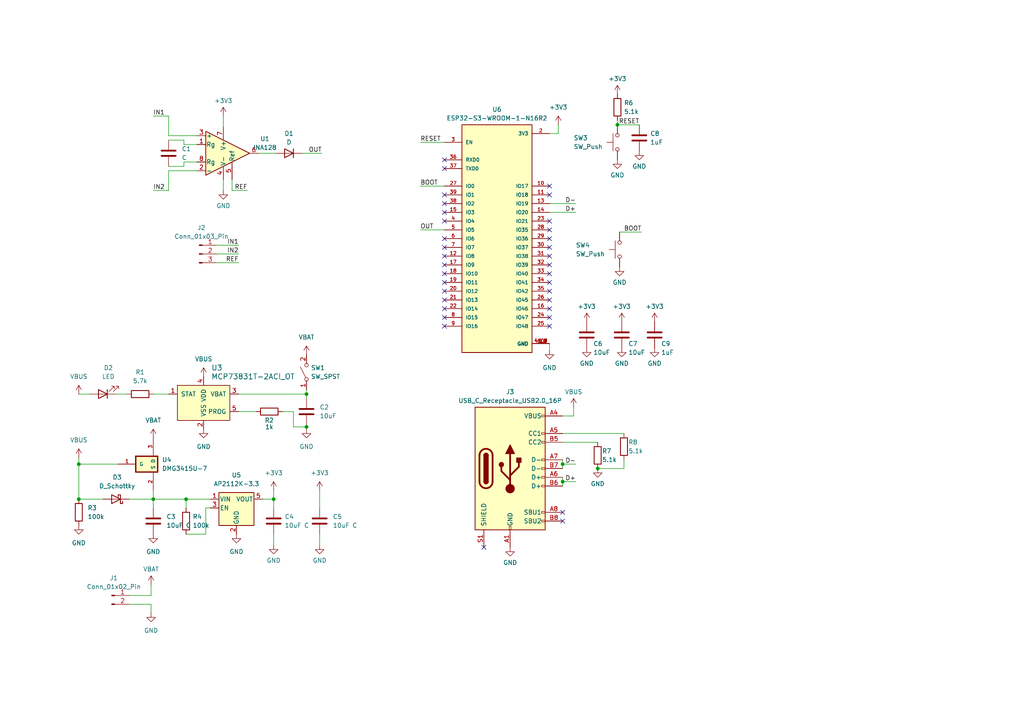
<source format=kicad_sch>
(kicad_sch (version 20230121) (generator eeschema)
  (paper "A4")
  (lib_symbols
    (symbol "Amplifier_Instrumentation:INA128" (pin_names (offset 0.127))
      (property "Reference" "U" (at 3.81 3.175 0))
      (property "Value" "INA128" (at 3.81 -3.175 0))
      (symbol "INA128_0_1"
        (polyline (pts (xy 7.62 0) (xy -5.08 6.35) (xy -5.08 -6.35) (xy 7.62 0)) (stroke (width 0.254)) (fill (type background)))
      )
      (symbol "INA128_1_1"
        (pin passive line (at -7.62 2.54 0) (length 2.54) (name "Rg") (number "1"))
        (pin input line (at -7.62 -5.08 0) (length 2.54) (name "-") (number "2"))
        (pin input line (at -7.62 5.08 0) (length 2.54) (name "+") (number "3"))
        (pin power_in line (at 0 -7.62 90) (length 3.81) (name "V-") (number "4"))
        (pin input line (at 2.54 -7.62 90) (length 5.08) (name "Ref") (number "5"))
        (pin output line (at 10.16 0 180) (length 2.54) (name "~") (number "6"))
        (pin power_in line (at 0 7.62 270) (length 3.81) (name "V+") (number "7"))
        (pin passive line (at -7.62 -2.54 0) (length 2.54) (name "Rg") (number "8"))
      )
    )
    (symbol "Connector:Conn_01x02_Pin" (pin_names (offset 1.016) hide)
      (property "Reference" "J" (at 0 2.54 0))
      (property "Value" "Conn_01x02_Pin" (at 0 -5.08 0))
      (symbol "Conn_01x02_Pin_1_1"
        (polyline (pts (xy 1.27 -2.54) (xy 0.8636 -2.54)) (stroke (width 0.1524)))
        (polyline (pts (xy 1.27 0) (xy 0.8636 0)) (stroke (width 0.1524)))
        (rectangle (start 0.8636 -2.413) (end 0 -2.667) (stroke (width 0.1524)) (fill (type outline)))
        (rectangle (start 0.8636 0.127) (end 0 -0.127) (stroke (width 0.1524)) (fill (type outline)))
        (pin passive line (at 5.08 0 180) (length 3.81) (name "Pin_1") (number "1"))
        (pin passive line (at 5.08 -2.54 180) (length 3.81) (name "Pin_2") (number "2"))
      )
    )
    (symbol "Connector:Conn_01x03_Pin" (pin_names (offset 1.016) hide)
      (property "Reference" "J" (at 0 5.08 0))
      (property "Value" "Conn_01x03_Pin" (at 0 -5.08 0))
      (symbol "Conn_01x03_Pin_1_1"
        (polyline (pts (xy 1.27 -2.54) (xy 0.8636 -2.54)) (stroke (width 0.1524)))
        (polyline (pts (xy 1.27 0) (xy 0.8636 0)) (stroke (width 0.1524)))
        (polyline (pts (xy 1.27 2.54) (xy 0.8636 2.54)) (stroke (width 0.1524)))
        (rectangle (start 0.8636 -2.413) (end 0 -2.667) (stroke (width 0.1524)) (fill (type outline)))
        (rectangle (start 0.8636 0.127) (end 0 -0.127) (stroke (width 0.1524)) (fill (type outline)))
        (rectangle (start 0.8636 2.667) (end 0 2.413) (stroke (width 0.1524)) (fill (type outline)))
        (pin passive line (at 5.08 2.54 180) (length 3.81) (name "Pin_1") (number "1"))
        (pin passive line (at 5.08 0 180) (length 3.81) (name "Pin_2") (number "2"))
        (pin passive line (at 5.08 -2.54 180) (length 3.81) (name "Pin_3") (number "3"))
      )
    )
    (symbol "Connector:USB_C_Receptacle_USB2.0_16P" (pin_names (offset 1.016))
      (property "Reference" "J" (at 0 22.225 0))
      (property "Value" "USB_C_Receptacle_USB2.0_16P" (at 0 19.685 0))
      (symbol "USB_C_Receptacle_USB2.0_16P_0_0"
        (rectangle (start -0.254 -17.78) (end 0.254 -16.764))
        (rectangle (start 10.16 -14.986) (end 9.144 -15.494))
        (rectangle (start 10.16 -12.446) (end 9.144 -12.954))
        (rectangle (start 10.16 -4.826) (end 9.144 -5.334))
        (rectangle (start 10.16 -2.286) (end 9.144 -2.794))
        (rectangle (start 10.16 0.254) (end 9.144 -0.254))
        (rectangle (start 10.16 2.794) (end 9.144 2.286))
        (rectangle (start 10.16 7.874) (end 9.144 7.366))
        (rectangle (start 10.16 10.414) (end 9.144 9.906))
        (rectangle (start 10.16 15.494) (end 9.144 14.986))
      )
      (symbol "USB_C_Receptacle_USB2.0_16P_0_1"
        (rectangle (start -10.16 17.78) (end 10.16 -17.78) (stroke (width 0.254)) (fill (type background)))
        (arc (start -8.89 -3.81) (mid -6.985 -5.7067) (end -5.08 -3.81) (stroke (width 0.508)))
        (arc (start -7.62 -3.81) (mid -6.985 -4.4423) (end -6.35 -3.81) (stroke (width 0.254)))
        (arc (start -7.62 -3.81) (mid -6.985 -4.4423) (end -6.35 -3.81) (stroke (width 0.254)) (fill (type outline)))
        (rectangle (start -7.62 -3.81) (end -6.35 3.81) (stroke (width 0.254)) (fill (type outline)))
        (arc (start -6.35 3.81) (mid -6.985 4.4423) (end -7.62 3.81) (stroke (width 0.254)))
        (arc (start -6.35 3.81) (mid -6.985 4.4423) (end -7.62 3.81) (stroke (width 0.254)) (fill (type outline)))
        (arc (start -5.08 3.81) (mid -6.985 5.7067) (end -8.89 3.81) (stroke (width 0.508)))
        (circle (center -2.54 1.143) (radius 0.635) (stroke (width 0.254)) (fill (type outline)))
        (circle (center 0 -5.842) (radius 1.27) (fill (type outline)))
        (polyline (pts (xy -8.89 -3.81) (xy -8.89 3.81)) (stroke (width 0.508)))
        (polyline (pts (xy -5.08 3.81) (xy -5.08 -3.81)) (stroke (width 0.508)))
        (polyline (pts (xy 0 -5.842) (xy 0 4.318)) (stroke (width 0.508)))
        (polyline (pts (xy 0 -3.302) (xy -2.54 -0.762) (xy -2.54 0.508)) (stroke (width 0.508)))
        (polyline (pts (xy 0 -2.032) (xy 2.54 0.508) (xy 2.54 1.778)) (stroke (width 0.508)))
        (polyline (pts (xy -1.27 4.318) (xy 0 6.858) (xy 1.27 4.318) (xy -1.27 4.318)) (stroke (width 0.254)) (fill (type outline)))
        (rectangle (start 1.905 1.778) (end 3.175 3.048) (stroke (width 0.254)) (fill (type outline)))
      )
      (symbol "USB_C_Receptacle_USB2.0_16P_1_1"
        (pin passive line (at 0 -22.86 90) (length 5.08) (name "GND") (number "A1"))
        (pin passive line (at 0 -22.86 90) (length 5.08) hide (name "GND") (number "A12"))
        (pin passive line (at 15.24 15.24 180) (length 5.08) (name "VBUS") (number "A4"))
        (pin bidirectional line (at 15.24 10.16 180) (length 5.08) (name "CC1") (number "A5"))
        (pin bidirectional line (at 15.24 -2.54 180) (length 5.08) (name "D+") (number "A6"))
        (pin bidirectional line (at 15.24 2.54 180) (length 5.08) (name "D-") (number "A7"))
        (pin bidirectional line (at 15.24 -12.7 180) (length 5.08) (name "SBU1") (number "A8"))
        (pin passive line (at 15.24 15.24 180) (length 5.08) hide (name "VBUS") (number "A9"))
        (pin passive line (at 0 -22.86 90) (length 5.08) hide (name "GND") (number "B1"))
        (pin passive line (at 0 -22.86 90) (length 5.08) hide (name "GND") (number "B12"))
        (pin passive line (at 15.24 15.24 180) (length 5.08) hide (name "VBUS") (number "B4"))
        (pin bidirectional line (at 15.24 7.62 180) (length 5.08) (name "CC2") (number "B5"))
        (pin bidirectional line (at 15.24 -5.08 180) (length 5.08) (name "D+") (number "B6"))
        (pin bidirectional line (at 15.24 0 180) (length 5.08) (name "D-") (number "B7"))
        (pin bidirectional line (at 15.24 -15.24 180) (length 5.08) (name "SBU2") (number "B8"))
        (pin passive line (at 15.24 15.24 180) (length 5.08) hide (name "VBUS") (number "B9"))
        (pin passive line (at -7.62 -22.86 90) (length 5.08) (name "SHIELD") (number "S1"))
      )
    )
    (symbol "DMG3415U-7:DMG3415U-7" (pin_names (offset 1.016))
      (property "Reference" "U" (at -1.27 2.54 0))
      (property "Value" "DMG3415U-7" (at -6.35 0 0))
      (symbol "DMG3415U-7_0_0"
        (rectangle (start -12.7 -0.254) (end -6.35 -4.826) (stroke (width 0.4064)) (fill (type background)))
        (pin power_in line (at -17.78 -2.54 0) (length 5.08) (name "G") (number "1"))
        (pin passive line (at -7.62 -10.16 90) (length 5.08) (name "S") (number "2"))
        (pin output line (at -7.62 5.08 270) (length 5.08) (name "D") (number "3"))
      )
    )
    (symbol "Device:C" (pin_numbers hide) (pin_names (offset 0.254))
      (property "Reference" "C" (at 0.635 2.54 0))
      (property "Value" "C" (at 0.635 -2.54 0))
      (symbol "C_0_1"
        (polyline (pts (xy -2.032 -0.762) (xy 2.032 -0.762)) (stroke (width 0.508)))
        (polyline (pts (xy -2.032 0.762) (xy 2.032 0.762)) (stroke (width 0.508)))
      )
      (symbol "C_1_1"
        (pin passive line (at 0 3.81 270) (length 2.794) (name "~") (number "1"))
        (pin passive line (at 0 -3.81 90) (length 2.794) (name "~") (number "2"))
      )
    )
    (symbol "Device:D" (pin_numbers hide) (pin_names (offset 1.016) hide)
      (property "Reference" "D" (at 0 2.54 0))
      (property "Value" "D" (at 0 -2.54 0))
      (symbol "D_0_1"
        (polyline (pts (xy -1.27 1.27) (xy -1.27 -1.27)) (stroke (width 0.254)))
        (polyline (pts (xy 1.27 0) (xy -1.27 0)))
        (polyline (pts (xy 1.27 1.27) (xy 1.27 -1.27) (xy -1.27 0) (xy 1.27 1.27)) (stroke (width 0.254)))
      )
      (symbol "D_1_1"
        (pin passive line (at -3.81 0 0) (length 2.54) (name "K") (number "1"))
        (pin passive line (at 3.81 0 180) (length 2.54) (name "A") (number "2"))
      )
    )
    (symbol "Device:D_Schottky" (pin_numbers hide) (pin_names (offset 1.016) hide)
      (property "Reference" "D" (at 0 2.54 0))
      (property "Value" "D_Schottky" (at 0 -2.54 0))
      (symbol "D_Schottky_0_1"
        (polyline (pts (xy 1.27 0) (xy -1.27 0)))
        (polyline (pts (xy 1.27 1.27) (xy 1.27 -1.27) (xy -1.27 0) (xy 1.27 1.27)) (stroke (width 0.254)))
        (polyline (pts (xy -1.905 0.635) (xy -1.905 1.27) (xy -1.27 1.27) (xy -1.27 -1.27) (xy -0.635 -1.27) (xy -0.635 -0.635)) (stroke (width 0.254)))
      )
      (symbol "D_Schottky_1_1"
        (pin passive line (at -3.81 0 0) (length 2.54) (name "K") (number "1"))
        (pin passive line (at 3.81 0 180) (length 2.54) (name "A") (number "2"))
      )
    )
    (symbol "Device:LED" (pin_numbers hide) (pin_names (offset 1.016) hide)
      (property "Reference" "D" (at 0 2.54 0))
      (property "Value" "LED" (at 0 -2.54 0))
      (symbol "LED_0_1"
        (polyline (pts (xy -1.27 -1.27) (xy -1.27 1.27)) (stroke (width 0.254)))
        (polyline (pts (xy -1.27 0) (xy 1.27 0)))
        (polyline (pts (xy 1.27 -1.27) (xy 1.27 1.27) (xy -1.27 0) (xy 1.27 -1.27)) (stroke (width 0.254)))
        (polyline (pts (xy -3.048 -0.762) (xy -4.572 -2.286) (xy -3.81 -2.286) (xy -4.572 -2.286) (xy -4.572 -1.524)))
        (polyline (pts (xy -1.778 -0.762) (xy -3.302 -2.286) (xy -2.54 -2.286) (xy -3.302 -2.286) (xy -3.302 -1.524)))
      )
      (symbol "LED_1_1"
        (pin passive line (at -3.81 0 0) (length 2.54) (name "K") (number "1"))
        (pin passive line (at 3.81 0 180) (length 2.54) (name "A") (number "2"))
      )
    )
    (symbol "Device:R" (pin_numbers hide) (pin_names (offset 0))
      (property "Reference" "R" (at 2.032 0 90))
      (property "Value" "R" (at 0 0 90))
      (symbol "R_0_1"
        (rectangle (start -1.016 -2.54) (end 1.016 2.54) (stroke (width 0.254)))
      )
      (symbol "R_1_1"
        (pin passive line (at 0 3.81 270) (length 1.27) (name "~") (number "1"))
        (pin passive line (at 0 -3.81 90) (length 1.27) (name "~") (number "2"))
      )
    )
    (symbol "Regulator_Linear:AP2112K-3.3" (pin_names (offset 0.254))
      (property "Reference" "U" (at -5.08 5.715 0))
      (property "Value" "AP2112K-3.3" (at 0 5.715 0))
      (symbol "AP2112K-3.3_0_1"
        (rectangle (start -5.08 4.445) (end 5.08 -5.08) (stroke (width 0.254)) (fill (type background)))
      )
      (symbol "AP2112K-3.3_1_1"
        (pin power_in line (at -7.62 2.54 0) (length 2.54) (name "VIN") (number "1"))
        (pin power_in line (at 0 -7.62 90) (length 2.54) (name "GND") (number "2"))
        (pin input line (at -7.62 0 0) (length 2.54) (name "EN") (number "3"))
        (pin no_connect line (at 5.08 0 180) (length 2.54) hide (name "NC") (number "4"))
        (pin power_out line (at 7.62 2.54 180) (length 2.54) (name "VOUT") (number "5"))
      )
    )
    (symbol "Switch:SW_Push" (pin_numbers hide) (pin_names (offset 1.016) hide)
      (property "Reference" "SW" (at 1.27 2.54 0))
      (property "Value" "SW_Push" (at 0 -1.524 0))
      (symbol "SW_Push_0_1"
        (circle (center -2.032 0) (radius 0.508))
        (polyline (pts (xy 0 1.27) (xy 0 3.048)))
        (polyline (pts (xy 2.54 1.27) (xy -2.54 1.27)))
        (circle (center 2.032 0) (radius 0.508))
        (pin passive line (at -5.08 0 0) (length 2.54) (name "1") (number "1"))
        (pin passive line (at 5.08 0 180) (length 2.54) (name "2") (number "2"))
      )
    )
    (symbol "Switch:SW_SPST" (pin_names (offset 0) hide)
      (property "Reference" "SW" (at 0 3.175 0))
      (property "Value" "SW_SPST" (at 0 -2.54 0))
      (symbol "SW_SPST_0_0"
        (circle (center -2.032 0) (radius 0.508))
        (polyline (pts (xy -1.524 0.254) (xy 1.524 1.778)))
        (circle (center 2.032 0) (radius 0.508))
      )
      (symbol "SW_SPST_1_1"
        (pin passive line (at -5.08 0 0) (length 2.54) (name "A") (number "1"))
        (pin passive line (at 5.08 0 180) (length 2.54) (name "B") (number "2"))
      )
    )
    (symbol "Watch_Libraries:MCP73831T-2ACI_OT" (pin_names (offset 1.016))
      (property "Reference" "U" (at -5.08 6.35 0))
      (property "Value" "MCP73831T-2ACI_OT" (at 1.27 -6.35 0))
      (symbol "MCP73831T-2ACI_OT_0_1"
        (rectangle (start 7.62 5.08) (end -7.62 -5.08) (stroke (width 0.2032)) (fill (type background)))
      )
      (symbol "MCP73831T-2ACI_OT_1_1"
        (pin output line (at -10.16 2.54 0) (length 2.54) (name "STAT") (number "1"))
        (pin power_in line (at 0 -7.62 90) (length 2.54) (name "VSS") (number "2"))
        (pin power_out line (at 10.16 2.54 180) (length 2.54) (name "VBAT") (number "3"))
        (pin power_in line (at 0 7.62 270) (length 2.54) (name "VDD") (number "4"))
        (pin input line (at 10.16 -2.54 180) (length 2.54) (name "PROG") (number "5"))
      )
    )
    (symbol "custom_items:ESP32-S3-WROOM-1-N16R2" (pin_names (offset 1.016))
      (property "Reference" "U" (at -10.16 34.1122 0))
      (property "Value" "ESP32-S3-WROOM-1-N16R2" (at -10.16 -35.56 0))
      (symbol "ESP32-S3-WROOM-1-N16R2_0_0"
        (rectangle (start -10.16 -33.02) (end 10.16 33.02) (stroke (width 0.254)) (fill (type background)))
        (pin power_in line (at 15.24 -30.48 180) (length 5.08) (name "GND") (number "1"))
        (pin bidirectional line (at 15.24 15.24 180) (length 5.08) (name "IO17") (number "10"))
        (pin bidirectional line (at 15.24 12.7 180) (length 5.08) (name "IO18") (number "11"))
        (pin bidirectional line (at -15.24 -5.08 0) (length 5.08) (name "IO8") (number "12"))
        (pin bidirectional line (at 15.24 10.16 180) (length 5.08) (name "IO19") (number "13"))
        (pin bidirectional line (at 15.24 7.62 180) (length 5.08) (name "IO20") (number "14"))
        (pin bidirectional line (at -15.24 7.62 0) (length 5.08) (name "IO3") (number "15"))
        (pin bidirectional line (at 15.24 -20.32 180) (length 5.08) (name "IO46") (number "16"))
        (pin bidirectional line (at -15.24 -7.62 0) (length 5.08) (name "IO9") (number "17"))
        (pin bidirectional line (at -15.24 -10.16 0) (length 5.08) (name "IO10") (number "18"))
        (pin bidirectional line (at -15.24 -12.7 0) (length 5.08) (name "IO11") (number "19"))
        (pin power_in line (at 15.24 30.48 180) (length 5.08) (name "3V3") (number "2"))
        (pin bidirectional line (at -15.24 -15.24 0) (length 5.08) (name "IO12") (number "20"))
        (pin bidirectional line (at -15.24 -17.78 0) (length 5.08) (name "IO13") (number "21"))
        (pin bidirectional line (at -15.24 -20.32 0) (length 5.08) (name "IO14") (number "22"))
        (pin bidirectional line (at 15.24 5.08 180) (length 5.08) (name "IO21") (number "23"))
        (pin bidirectional line (at 15.24 -22.86 180) (length 5.08) (name "IO47") (number "24"))
        (pin bidirectional line (at 15.24 -25.4 180) (length 5.08) (name "IO48") (number "25"))
        (pin bidirectional line (at 15.24 -17.78 180) (length 5.08) (name "IO45") (number "26"))
        (pin bidirectional line (at -15.24 15.24 0) (length 5.08) (name "IO0") (number "27"))
        (pin bidirectional line (at 15.24 2.54 180) (length 5.08) (name "IO35") (number "28"))
        (pin bidirectional line (at 15.24 0 180) (length 5.08) (name "IO36") (number "29"))
        (pin input line (at -15.24 27.94 0) (length 5.08) (name "EN") (number "3"))
        (pin bidirectional line (at 15.24 -2.54 180) (length 5.08) (name "IO37") (number "30"))
        (pin bidirectional line (at 15.24 -5.08 180) (length 5.08) (name "IO38") (number "31"))
        (pin bidirectional line (at 15.24 -7.62 180) (length 5.08) (name "IO39") (number "32"))
        (pin bidirectional line (at 15.24 -10.16 180) (length 5.08) (name "IO40") (number "33"))
        (pin bidirectional line (at 15.24 -12.7 180) (length 5.08) (name "IO41") (number "34"))
        (pin bidirectional line (at 15.24 -15.24 180) (length 5.08) (name "IO42") (number "35"))
        (pin bidirectional line (at -15.24 22.86 0) (length 5.08) (name "RXD0") (number "36"))
        (pin bidirectional line (at -15.24 20.32 0) (length 5.08) (name "TXD0") (number "37"))
        (pin bidirectional line (at -15.24 10.16 0) (length 5.08) (name "IO2") (number "38"))
        (pin bidirectional line (at -15.24 12.7 0) (length 5.08) (name "IO1") (number "39"))
        (pin bidirectional line (at -15.24 5.08 0) (length 5.08) (name "IO4") (number "4"))
        (pin power_in line (at 15.24 -30.48 180) (length 5.08) (name "GND") (number "40"))
        (pin power_in line (at 15.24 -30.48 180) (length 5.08) (name "GND") (number "41_1"))
        (pin power_in line (at 15.24 -30.48 180) (length 5.08) (name "GND") (number "41_2"))
        (pin power_in line (at 15.24 -30.48 180) (length 5.08) (name "GND") (number "41_3"))
        (pin power_in line (at 15.24 -30.48 180) (length 5.08) (name "GND") (number "41_4"))
        (pin power_in line (at 15.24 -30.48 180) (length 5.08) (name "GND") (number "41_5"))
        (pin power_in line (at 15.24 -30.48 180) (length 5.08) (name "GND") (number "41_6"))
        (pin power_in line (at 15.24 -30.48 180) (length 5.08) (name "GND") (number "41_7"))
        (pin power_in line (at 15.24 -30.48 180) (length 5.08) (name "GND") (number "41_8"))
        (pin power_in line (at 15.24 -30.48 180) (length 5.08) (name "GND") (number "41_9"))
        (pin bidirectional line (at -15.24 2.54 0) (length 5.08) (name "IO5") (number "5"))
        (pin bidirectional line (at -15.24 0 0) (length 5.08) (name "IO6") (number "6"))
        (pin bidirectional line (at -15.24 -2.54 0) (length 5.08) (name "IO7") (number "7"))
        (pin bidirectional line (at -15.24 -22.86 0) (length 5.08) (name "IO15") (number "8"))
        (pin bidirectional line (at -15.24 -25.4 0) (length 5.08) (name "IO16") (number "9"))
      )
    )
    (symbol "power:+3V3" (power) (pin_names (offset 0))
      (property "Value" "+3V3" (at 0 3.556 0))
      (symbol "+3V3_0_1"
        (polyline (pts (xy -0.762 1.27) (xy 0 2.54)))
        (polyline (pts (xy 0 0) (xy 0 2.54)))
        (polyline (pts (xy 0 2.54) (xy 0.762 1.27)))
      )
      (symbol "+3V3_1_1"
        (pin power_in line (at 0 0 90) (length 0) hide (name "+3V3") (number "1"))
      )
    )
    (symbol "power:GND" (power) (pin_names (offset 0))
      (property "Value" "GND" (at 0 -3.81 0))
      (symbol "GND_0_1"
        (polyline (pts (xy 0 0) (xy 0 -1.27) (xy 1.27 -1.27) (xy 0 -2.54) (xy -1.27 -1.27) (xy 0 -1.27)))
      )
      (symbol "GND_1_1"
        (pin power_in line (at 0 0 270) (length 0) hide (name "GND") (number "1"))
      )
    )
    (symbol "power:VBAT" (power) (in_bom no) (on_board no)
      (property "Value" "VBAT" (at 0 0 0))
      (symbol "VBAT_0_1"
        (polyline (pts (xy 0 0) (xy 0 2.54) (xy -0.762 1.27) (xy 0 2.54) (xy 0.762 1.27)))
      )
      (symbol "VBAT_1_1"
        (pin power_in line (at 0 0 90) (length 2.54) hide (name "VBAT") (number ""))
      )
    )
    (symbol "power:VBUS" (power) (pin_names (offset 0))
      (property "Value" "VBUS" (at 0 3.81 0))
      (symbol "VBUS_0_1"
        (polyline (pts (xy -0.762 1.27) (xy 0 2.54)))
        (polyline (pts (xy 0 0) (xy 0 2.54)))
        (polyline (pts (xy 0 2.54) (xy 0.762 1.27)))
      )
      (symbol "VBUS_1_1"
        (pin power_in line (at 0 0 90) (length 0) hide (name "VBUS") (number "1"))
      )
    )
  )
  (junction (at 179.07 36.195))
  (junction (at 44.45 144.78))
  (junction (at 163.195 134.62))
  (junction (at 173.355 135.89))
  (junction (at 22.86 134.62))
  (junction (at 53.975 144.78))
  (junction (at 88.9 114.3))
  (junction (at 88.9 123.825))
  (junction (at 79.375 144.78))
  (junction (at 22.86 144.78))
  (junction (at 163.195 139.7))
  (no_connect (at 128.905 92.075))
  (no_connect (at 128.905 79.375))
  (no_connect (at 159.385 92.075))
  (no_connect (at 159.385 84.455))
  (no_connect (at 128.905 69.215))
  (no_connect (at 128.905 59.055))
  (no_connect (at 128.905 74.295))
  (no_connect (at 159.385 81.915))
  (no_connect (at 128.905 76.835))
  (no_connect (at 159.385 79.375))
  (no_connect (at 128.905 81.915))
  (no_connect (at 140.335 158.75))
  (no_connect (at 128.905 89.535))
  (no_connect (at 159.385 86.995))
  (no_connect (at 159.385 76.835))
  (no_connect (at 159.385 89.535))
  (no_connect (at 159.385 69.215))
  (no_connect (at 128.905 94.615))
  (no_connect (at 128.905 48.895))
  (no_connect (at 128.905 84.455))
  (no_connect (at 128.905 86.995))
  (no_connect (at 163.195 151.13))
  (no_connect (at 159.385 64.135))
  (no_connect (at 159.385 53.975))
  (no_connect (at 159.385 71.755))
  (no_connect (at 159.385 94.615))
  (no_connect (at 128.905 56.515))
  (no_connect (at 128.905 64.135))
  (no_connect (at 159.385 56.515))
  (no_connect (at 163.195 148.59))
  (no_connect (at 128.905 71.755))
  (no_connect (at 128.905 46.355))
  (no_connect (at 159.385 74.295))
  (no_connect (at 159.385 66.675))
  (no_connect (at 128.905 61.595))
  (wire (pts (xy 67.31 55.245) (xy 71.755 55.245)))
  (wire (pts (xy 64.77 33.655) (xy 64.77 36.83)))
  (wire (pts (xy 92.71 154.94) (xy 92.71 158.115)))
  (wire (pts (xy 62.865 76.2) (xy 69.215 76.2)))
  (wire (pts (xy 88.9 124.46) (xy 88.9 123.825)))
  (wire (pts (xy 44.45 114.3) (xy 48.895 114.3)))
  (wire (pts (xy 163.195 128.27) (xy 173.355 128.27)))
  (wire (pts (xy 43.815 172.72) (xy 43.815 169.545)))
  (wire (pts (xy 76.2 144.78) (xy 79.375 144.78)))
  (wire (pts (xy 121.92 66.675) (xy 128.905 66.675)))
  (wire (pts (xy 53.975 154.94) (xy 59.69 154.94)))
  (wire (pts (xy 159.385 99.695) (xy 159.385 101.6)))
  (wire (pts (xy 88.9 123.825) (xy 88.9 123.19)))
  (wire (pts (xy 121.92 53.975) (xy 128.905 53.975)))
  (wire (pts (xy 85.09 123.825) (xy 88.9 123.825)))
  (wire (pts (xy 163.195 133.35) (xy 163.195 134.62)))
  (wire (pts (xy 81.915 119.38) (xy 85.09 119.38)))
  (wire (pts (xy 163.195 120.65) (xy 166.37 120.65)))
  (wire (pts (xy 85.09 119.38) (xy 85.09 123.825)))
  (wire (pts (xy 53.34 46.99) (xy 53.34 48.26)))
  (wire (pts (xy 74.93 44.45) (xy 80.01 44.45)))
  (wire (pts (xy 180.975 135.89) (xy 173.355 135.89)))
  (wire (pts (xy 33.655 114.3) (xy 36.83 114.3)))
  (wire (pts (xy 163.195 139.7) (xy 167.005 139.7)))
  (wire (pts (xy 163.195 134.62) (xy 163.195 135.89)))
  (wire (pts (xy 67.31 52.07) (xy 67.31 55.245)))
  (wire (pts (xy 69.215 114.3) (xy 88.9 114.3)))
  (wire (pts (xy 48.895 48.26) (xy 53.34 48.26)))
  (wire (pts (xy 64.77 52.07) (xy 64.77 55.245)))
  (wire (pts (xy 57.15 39.37) (xy 48.895 39.37)))
  (wire (pts (xy 43.815 175.26) (xy 43.815 177.8)))
  (wire (pts (xy 57.15 49.53) (xy 48.895 49.53)))
  (wire (pts (xy 163.195 125.73) (xy 180.975 125.73)))
  (wire (pts (xy 44.45 144.78) (xy 53.975 144.78)))
  (wire (pts (xy 69.215 119.38) (xy 74.295 119.38)))
  (wire (pts (xy 22.86 134.62) (xy 34.29 134.62)))
  (wire (pts (xy 79.375 154.94) (xy 79.375 158.115)))
  (wire (pts (xy 53.975 144.78) (xy 60.96 144.78)))
  (wire (pts (xy 37.465 175.26) (xy 43.815 175.26)))
  (wire (pts (xy 180.975 133.35) (xy 180.975 135.89)))
  (wire (pts (xy 48.895 55.245) (xy 44.45 55.245)))
  (wire (pts (xy 22.86 132.715) (xy 22.86 134.62)))
  (wire (pts (xy 22.86 114.3) (xy 26.035 114.3)))
  (wire (pts (xy 62.865 71.12) (xy 69.215 71.12)))
  (wire (pts (xy 92.71 142.24) (xy 92.71 147.32)))
  (wire (pts (xy 22.86 144.78) (xy 22.86 134.62)))
  (wire (pts (xy 44.45 144.78) (xy 44.45 147.32)))
  (wire (pts (xy 163.195 138.43) (xy 163.195 139.7)))
  (wire (pts (xy 59.69 147.32) (xy 60.96 147.32)))
  (wire (pts (xy 163.195 139.7) (xy 163.195 140.97)))
  (wire (pts (xy 57.15 46.99) (xy 53.34 46.99)))
  (wire (pts (xy 37.465 172.72) (xy 43.815 172.72)))
  (wire (pts (xy 163.195 134.62) (xy 167.005 134.62)))
  (wire (pts (xy 29.845 144.78) (xy 22.86 144.78)))
  (wire (pts (xy 121.92 41.275) (xy 128.905 41.275)))
  (wire (pts (xy 88.9 114.3) (xy 88.9 115.57)))
  (wire (pts (xy 48.895 39.37) (xy 48.895 33.655)))
  (wire (pts (xy 159.385 38.735) (xy 161.925 38.735)))
  (wire (pts (xy 79.375 142.24) (xy 79.375 144.78)))
  (wire (pts (xy 53.34 40.64) (xy 48.895 40.64)))
  (wire (pts (xy 159.385 59.055) (xy 167.005 59.055)))
  (wire (pts (xy 62.865 73.66) (xy 69.215 73.66)))
  (wire (pts (xy 79.375 144.78) (xy 79.375 147.32)))
  (wire (pts (xy 48.895 49.53) (xy 48.895 55.245)))
  (wire (pts (xy 179.705 67.31) (xy 186.055 67.31)))
  (wire (pts (xy 159.385 61.595) (xy 167.005 61.595)))
  (wire (pts (xy 53.34 41.91) (xy 53.34 40.64)))
  (wire (pts (xy 57.15 41.91) (xy 53.34 41.91)))
  (wire (pts (xy 161.925 36.195) (xy 161.925 38.735)))
  (wire (pts (xy 179.07 34.925) (xy 179.07 36.195)))
  (wire (pts (xy 88.9 114.3) (xy 88.9 113.03)))
  (wire (pts (xy 48.895 33.655) (xy 44.45 33.655)))
  (wire (pts (xy 59.69 154.94) (xy 59.69 147.32)))
  (wire (pts (xy 53.975 144.78) (xy 53.975 147.32)))
  (wire (pts (xy 166.37 118.11) (xy 166.37 120.65)))
  (wire (pts (xy 179.07 36.195) (xy 185.42 36.195)))
  (wire (pts (xy 87.63 44.45) (xy 93.345 44.45)))
  (wire (pts (xy 44.45 144.78) (xy 44.45 142.24)))
  (wire (pts (xy 37.465 144.78) (xy 44.45 144.78)))
  (label "D-" (at 167.005 134.62 180))
  (label "IN2" (at 69.215 73.66 180))
  (label "OUT" (at 121.92 66.675 0))
  (label "RESET" (at 185.42 36.195 180))
  (label "IN1" (at 44.45 33.655 0))
  (label "REF" (at 71.755 55.245 180))
  (label "RESET" (at 121.92 41.275 0))
  (label "BOOT" (at 121.92 53.975 0))
  (label "D-" (at 167.005 59.055 180))
  (label "IN1" (at 69.215 71.12 180))
  (label "D+" (at 167.005 139.7 180))
  (label "REF" (at 69.215 76.2 180))
  (label "BOOT" (at 186.055 67.31 180))
  (label "OUT" (at 93.345 44.45 180))
  (label "IN2" (at 44.45 55.245 0))
  (label "D+" (at 167.005 61.595 180))
  (symbol (lib_id "power:GND") (at 79.375 158.115 0) (unit 1)
    (property "Reference" "#PWR014" (effects hide))
    (property "Value" "GND" (at 79.375 162.56 0))
  )
  (symbol (lib_id "Device:C") (at 170.18 97.155 0) (unit 1)
    (property "Reference" "C6" (at 172.085 99.695 0) (effects (justify left)))
    (property "Value" "10uF" (at 172.085 102.235 0) (effects (justify left)))
    (property "Footprint" "Capacitor_SMD:C_0805_2012Metric" (effects hide))
  )
  (symbol (lib_id "power:GND") (at 44.45 154.94 0) (unit 1)
    (property "Reference" "#PWR011" (effects hide))
    (property "Value" "GND" (at 44.45 160.02 0))
  )
  (symbol (lib_id "Connector:Conn_01x03_Pin") (at 57.785 73.66 0) (unit 1)
    (property "Reference" "J2" (at 58.42 66.04 0))
    (property "Value" "Conn_01x03_Pin" (at 58.42 68.58 0))
    (property "Footprint" "Connector_PinHeader_2.54mm:PinHeader_1x03_P2.54mm_Vertical" (effects hide))
  )
  (symbol (lib_id "power:GND") (at 189.865 100.965 0) (unit 1)
    (property "Reference" "#PWR032" (effects hide))
    (property "Value" "GND" (at 189.865 105.41 0))
  )
  (symbol (lib_id "power:GND") (at 170.18 100.965 0) (unit 1)
    (property "Reference" "#PWR022" (effects hide))
    (property "Value" "GND" (at 170.18 105.41 0))
  )
  (symbol (lib_id "Watch_Libraries:MCP73831T-2ACI_OT") (at 59.055 116.84 0) (unit 1)
    (property "Reference" "U3" (at 61.2491 106.68 0) (effects (font (size 1.524 1.524)) (justify left)))
    (property "Value" "MCP73831T-2ACI_OT" (at 61.2491 109.22 0) (effects (font (size 1.524 1.524)) (justify left)))
    (property "Footprint" "open-Smartwatch:SOT-23-5" (effects hide))
    (property "Datasheet" "http://ww1.microchip.com/downloads/en/DeviceDoc/20001984g.pdf" (effects hide))
    (property "Digi-Key_PN" "MCP73831T-2ACI/OTCT-ND" (effects hide))
    (property "MPN" "MCP73831T-2ACI/OT" (effects hide))
    (property "Manufacturer" "Microchip Technology" (effects hide))
  )
  (symbol (lib_id "power:GND") (at 173.355 135.89 0) (unit 1)
    (property "Reference" "#PWR035" (effects hide))
    (property "Value" "GND" (at 173.355 140.335 0))
  )
  (symbol (lib_id "Switch:SW_Push") (at 179.07 41.275 90) (unit 1)
    (property "Reference" "SW3" (at 166.37 40.005 90) (effects (justify right)))
    (property "Value" "SW_Push" (at 166.37 42.545 90) (effects (justify right)))
    (property "Footprint" "Button_Switch_SMD:SW_TS04-66-50-BK-160-SMT" (effects hide))
  )
  (symbol (lib_id "Device:C") (at 180.34 97.155 0) (unit 1)
    (property "Reference" "C7" (at 182.245 99.695 0) (effects (justify left)))
    (property "Value" "10uF" (at 182.245 102.235 0) (effects (justify left)))
    (property "Footprint" "Capacitor_SMD:C_0805_2012Metric" (effects hide))
  )
  (symbol (lib_id "power:GND") (at 68.58 154.94 0) (unit 1)
    (property "Reference" "#PWR012" (effects hide))
    (property "Value" "GND" (at 68.58 160.02 0))
  )
  (symbol (lib_id "power:+3V3") (at 170.18 93.345 0) (unit 1)
    (property "Reference" "#PWR021" (effects hide))
    (property "Value" "+3V3" (at 170.18 88.9 0))
  )
  (symbol (lib_id "Device:R") (at 40.64 114.3 90) (unit 1)
    (property "Reference" "R1" (at 40.64 107.95 90))
    (property "Value" "5.7k" (at 40.64 110.49 90))
    (property "Footprint" "Resistor_SMD:R_0805_2012Metric" (effects hide))
  )
  (symbol (lib_id "Device:R") (at 173.355 132.08 0) (unit 1)
    (property "Reference" "R7" (at 174.625 130.81 0) (effects (justify left)))
    (property "Value" "5.1k" (at 174.625 133.35 0) (effects (justify left)))
    (property "Footprint" "Resistor_SMD:R_0805_2012Metric" (effects hide))
  )
  (symbol (lib_id "power:GND") (at 92.71 158.115 0) (unit 1)
    (property "Reference" "#PWR016" (effects hide))
    (property "Value" "GND" (at 92.71 162.56 0))
  )
  (symbol (lib_id "power:+3V3") (at 79.375 142.24 0) (unit 1)
    (property "Reference" "#PWR013" (effects hide))
    (property "Value" "+3V3" (at 79.375 137.16 0))
  )
  (symbol (lib_id "Regulator_Linear:AP2112K-3.3") (at 68.58 147.32 0) (unit 1)
    (property "Reference" "U5" (at 68.58 137.795 0))
    (property "Value" "AP2112K-3.3" (at 68.58 140.335 0))
    (property "Footprint" "Package_TO_SOT_SMD:SOT-23-5" (effects hide))
    (property "Datasheet" "https://www.diodes.com/assets/Datasheets/AP2112.pdf" (effects hide))
  )
  (symbol (lib_id "Device:C") (at 79.375 151.13 0) (unit 1)
    (property "Reference" "C4" (at 82.55 149.86 0) (effects (justify left)))
    (property "Value" "10uF C" (at 82.55 152.4 0) (effects (justify left)))
    (property "Footprint" "Capacitor_SMD:C_0805_2012Metric" (effects hide))
  )
  (symbol (lib_id "Device:R") (at 78.105 119.38 90) (unit 1)
    (property "Reference" "R2" (at 78.105 121.92 90))
    (property "Value" "1k" (at 78.105 123.825 90))
    (property "Footprint" "Resistor_SMD:R_0805_2012Metric" (effects hide))
  )
  (symbol (lib_id "power:VBAT") (at 43.815 169.545 0) (unit 1) (in_bom no) (on_board no)
    (property "Reference" "#PWR017" (effects hide))
    (property "Value" "VBAT" (at 43.815 165.1 0))
  )
  (symbol (lib_id "power:+3V3") (at 179.07 27.305 0) (unit 1)
    (property "Reference" "#PWR025" (effects hide))
    (property "Value" "+3V3" (at 179.07 22.86 0))
  )
  (symbol (lib_id "Device:D") (at 83.82 44.45 180) (unit 1)
    (property "Reference" "D1" (at 83.82 38.735 0))
    (property "Value" "D" (at 83.82 41.275 0))
    (property "Footprint" "Diode_SMD:D_0805_2012Metric" (effects hide))
    (property "Sim.Device" "D" (effects hide))
    (property "Sim.Pins" "1=K 2=A" (effects hide))
  )
  (symbol (lib_id "power:GND") (at 64.77 55.245 0) (unit 1)
    (property "Reference" "#PWR02" (effects hide))
    (property "Value" "GND" (at 64.77 59.69 0))
  )
  (symbol (lib_id "Amplifier_Instrumentation:INA128") (at 64.77 44.45 0) (unit 1)
    (property "Reference" "U1" (at 76.835 40.2591 0))
    (property "Value" "INA128" (at 76.835 42.7991 0))
    (property "Footprint" "Package_SO:SOIC-8-1EP_3.9x4.9mm_P1.27mm_EP2.29x3mm" (effects hide))
    (property "Datasheet" "http://www.ti.com/lit/ds/symlink/ina128.pdf" (effects hide))
  )
  (symbol (lib_id "Device:C") (at 44.45 151.13 0) (unit 1)
    (property "Reference" "C3" (at 48.26 149.86 0) (effects (justify left)))
    (property "Value" "10uF C" (at 48.26 152.4 0) (effects (justify left)))
    (property "Footprint" "Capacitor_SMD:C_0805_2012Metric" (effects hide))
  )
  (symbol (lib_id "power:+3V3") (at 92.71 142.24 0) (unit 1)
    (property "Reference" "#PWR015" (effects hide))
    (property "Value" "+3V3" (at 92.71 137.16 0))
  )
  (symbol (lib_id "Device:C") (at 189.865 97.155 0) (unit 1)
    (property "Reference" "C9" (at 191.77 99.695 0) (effects (justify left)))
    (property "Value" "1uF" (at 191.77 102.235 0) (effects (justify left)))
    (property "Footprint" "Capacitor_SMD:C_0805_2012Metric" (effects hide))
  )
  (symbol (lib_id "Device:C") (at 92.71 151.13 0) (unit 1)
    (property "Reference" "C5" (at 96.52 149.86 0) (effects (justify left)))
    (property "Value" "10uF C" (at 96.52 152.4 0) (effects (justify left)))
    (property "Footprint" "Capacitor_SMD:C_0805_2012Metric" (effects hide))
  )
  (symbol (lib_id "power:GND") (at 185.42 43.815 0) (unit 1)
    (property "Reference" "#PWR030" (effects hide))
    (property "Value" "GND" (at 185.42 48.26 0))
  )
  (symbol (lib_id "power:VBUS") (at 166.37 118.11 0) (unit 1)
    (property "Reference" "#PWR034" (effects hide))
    (property "Value" "VBUS" (at 166.37 113.665 0))
  )
  (symbol (lib_id "power:VBAT") (at 44.45 127 0) (unit 1) (in_bom no) (on_board no)
    (property "Reference" "#PWR010" (effects hide))
    (property "Value" "VBAT" (at 44.45 121.92 0))
  )
  (symbol (lib_id "Device:C") (at 88.9 119.38 0) (unit 1)
    (property "Reference" "C2" (at 92.71 118.11 0) (effects (justify left)))
    (property "Value" "10uF" (at 92.71 120.65 0) (effects (justify left)))
    (property "Footprint" "Capacitor_SMD:C_0805_2012Metric" (effects hide))
  )
  (symbol (lib_id "power:GND") (at 88.9 124.46 0) (unit 1)
    (property "Reference" "#PWR07" (effects hide))
    (property "Value" "GND" (at 88.9 129.54 0))
  )
  (symbol (lib_id "Device:C") (at 48.895 44.45 0) (unit 1)
    (property "Reference" "C1" (at 52.705 43.18 0) (effects (justify left)))
    (property "Value" "C" (at 52.705 45.72 0) (effects (justify left)))
    (property "Footprint" "Capacitor_SMD:C_0805_2012Metric" (effects hide))
  )
  (symbol (lib_id "Switch:SW_Push") (at 179.705 72.39 90) (unit 1)
    (property "Reference" "SW4" (at 167.005 71.12 90) (effects (justify right)))
    (property "Value" "SW_Push" (at 167.005 73.66 90) (effects (justify right)))
    (property "Footprint" "Button_Switch_SMD:SW_TS04-66-50-BK-160-SMT" (effects hide))
  )
  (symbol (lib_id "Device:C") (at 185.42 40.005 0) (unit 1)
    (property "Reference" "C8" (at 188.595 38.735 0) (effects (justify left)))
    (property "Value" "1uF" (at 188.595 41.275 0) (effects (justify left)))
    (property "Footprint" "Capacitor_SMD:C_0805_2012Metric" (effects hide))
  )
  (symbol (lib_id "power:GND") (at 147.955 158.75 0) (unit 1)
    (property "Reference" "#PWR033" (effects hide))
    (property "Value" "GND" (at 147.955 163.195 0))
  )
  (symbol (lib_id "power:GND") (at 59.055 124.46 0) (unit 1)
    (property "Reference" "#PWR04" (effects hide))
    (property "Value" "GND" (at 59.055 129.54 0))
  )
  (symbol (lib_id "Device:R") (at 180.975 129.54 0) (unit 1)
    (property "Reference" "R8" (at 182.245 128.27 0) (effects (justify left)))
    (property "Value" "5.1k" (at 182.245 130.81 0) (effects (justify left)))
    (property "Footprint" "Resistor_SMD:R_0805_2012Metric" (effects hide))
  )
  (symbol (lib_id "power:GND") (at 22.86 152.4 0) (unit 1)
    (property "Reference" "#PWR09" (effects hide))
    (property "Value" "GND" (at 22.86 157.48 0))
  )
  (symbol (lib_id "power:VBUS") (at 22.86 132.715 0) (unit 1)
    (property "Reference" "#PWR08" (effects hide))
    (property "Value" "VBUS" (at 22.86 127.635 0))
  )
  (symbol (lib_id "power:+3V3") (at 64.77 33.655 0) (unit 1)
    (property "Reference" "#PWR01" (effects hide))
    (property "Value" "+3V3" (at 64.77 29.21 0))
  )
  (symbol (lib_id "Device:R") (at 22.86 148.59 0) (unit 1)
    (property "Reference" "R3" (at 25.4 147.32 0) (effects (justify left)))
    (property "Value" "100k" (at 25.4 149.86 0) (effects (justify left)))
    (property "Footprint" "Resistor_SMD:R_0805_2012Metric" (effects hide))
  )
  (symbol (lib_id "power:+3V3") (at 180.34 93.345 0) (unit 1)
    (property "Reference" "#PWR028" (effects hide))
    (property "Value" "+3V3" (at 180.34 88.9 0))
  )
  (symbol (lib_id "power:GND") (at 179.07 46.355 0) (unit 1)
    (property "Reference" "#PWR026" (effects hide))
    (property "Value" "GND" (at 179.07 50.8 0))
  )
  (symbol (lib_id "power:GND") (at 179.705 77.47 0) (unit 1)
    (property "Reference" "#PWR027" (effects hide))
    (property "Value" "GND" (at 179.705 81.915 0))
  )
  (symbol (lib_id "power:+3V3") (at 161.925 36.195 0) (unit 1)
    (property "Reference" "#PWR019" (effects hide))
    (property "Value" "+3V3" (at 161.925 31.115 0))
  )
  (symbol (lib_id "Device:LED") (at 29.845 114.3 180) (unit 1)
    (property "Reference" "D2" (at 31.4325 106.68 0))
    (property "Value" "LED" (at 31.4325 109.22 0))
    (property "Footprint" "LED_SMD:LED_0805_2012Metric" (effects hide))
  )
  (symbol (lib_id "power:GND") (at 180.34 100.965 0) (unit 1)
    (property "Reference" "#PWR029" (effects hide))
    (property "Value" "GND" (at 180.34 105.41 0))
  )
  (symbol (lib_id "power:VBUS") (at 59.055 109.22 0) (unit 1)
    (property "Reference" "#PWR05" (effects hide))
    (property "Value" "VBUS" (at 59.055 104.14 0))
  )
  (symbol (lib_id "Switch:SW_SPST") (at 88.9 107.95 90) (unit 1)
    (property "Reference" "SW1" (at 90.17 106.68 90) (effects (justify right)))
    (property "Value" "SW_SPST" (at 90.17 109.22 90) (effects (justify right)))
    (property "Footprint" "Button_Switch_SMD:SW_DPDT_CK_JS202011JCQN" (effects hide))
  )
  (symbol (lib_id "DMG3415U-7:DMG3415U-7") (at 52.07 132.08 0) (unit 1)
    (property "Reference" "U4" (at 46.99 133.35 0) (effects (justify left)))
    (property "Value" "DMG3415U-7" (at 46.99 135.89 0) (effects (justify left)))
    (property "Footprint" "Package_TO_SOT_SMD:SOT95P240X105-3N" (effects hide))
    (property "MPN" "DMG3415U-7" (effects hide))
    (property "OC_FARNELL" "1843688" (effects hide))
    (property "OC_NEWARK" "12T2026" (effects hide))
    (property "SUPPLIER" "Diodes Inc" (effects hide))
    (property "PACKAGE" "SOT-23-3" (effects hide))
  )
  (symbol (lib_id "custom_items:ESP32-S3-WROOM-1-N16R2") (at 144.145 69.215 0) (unit 1)
    (property "Reference" "U6" (at 144.145 31.75 0))
    (property "Value" "ESP32-S3-WROOM-1-N16R2" (at 144.145 34.29 0))
    (property "Footprint" "RF_Module:ESP32-S3-WROOM-1" (effects hide))
    (property "MF" "Espressif Systems" (effects hide))
    (property "MAXIMUM_PACKAGE_HEIGHT" "3.25mm" (effects hide))
    (property "Package" "NON STANDARD Espressif Systems" (effects hide))
    (property "Price" "None" (effects hide))
    (property "Check_prices" "https://www.snapeda.com/parts/ESP32-S3-WROOM-1-N16R2/Espressif+Systems/view-part/?ref=eda" (effects hide))
    (property "STANDARD" "Manufacturer Recommendations" (effects hide))
    (property "PARTREV" "v1.0" (effects hide))
    (property "SnapEDA_Link" "https://www.snapeda.com/parts/ESP32-S3-WROOM-1-N16R2/Espressif+Systems/view-part/?ref=snap" (effects hide))
    (property "MP" "ESP32-S3-WROOM-1-N16R2" (effects hide))
    (property "Purchase-URL" "https://www.snapeda.com/api/url_track_click_mouser/?unipart_id=11099128&manufacturer=Espressif Systems&part_name=ESP32-S3-WROOM-1-N16R2&search_term=esp32-s3-wroom-1" (effects hide))
    (property "Description" "\nBluetooth, WiFi 802.11b/g/n, Bluetooth v5.0 Transceiver Module 2.4GHz PCB Trace Surface Mount\n" (effects hide))
    (property "Availability" "In Stock" (effects hide))
    (property "MANUFACTURER" "Espressif" (effects hide))
  )
  (symbol (lib_id "Device:R") (at 53.975 151.13 0) (unit 1)
    (property "Reference" "R4" (at 55.88 149.86 0) (effects (justify left)))
    (property "Value" "100k" (at 55.88 152.4 0) (effects (justify left)))
    (property "Footprint" "Resistor_SMD:R_0805_2012Metric" (effects hide))
  )
  (symbol (lib_id "Device:D_Schottky") (at 33.655 144.78 180) (unit 1)
    (property "Reference" "D3" (at 33.9725 138.43 0))
    (property "Value" "D_Schottky" (at 33.9725 140.97 0))
    (property "Footprint" "Diode_SMD:D_SMA" (effects hide))
  )
  (symbol (lib_id "Connector:USB_C_Receptacle_USB2.0_16P") (at 147.955 135.89 0) (unit 1)
    (property "Reference" "J3" (at 147.955 113.665 0))
    (property "Value" "USB_C_Receptacle_USB2.0_16P" (at 147.955 116.205 0))
    (property "Footprint" "Connector_USB:AMPHENOL_12402012E212A" (effects hide))
    (property "Datasheet" "https://www.usb.org/sites/default/files/documents/usb_type-c.zip" (effects hide))
  )
  (symbol (lib_id "power:VBAT") (at 88.9 102.87 0) (unit 1) (in_bom no) (on_board no)
    (property "Reference" "#PWR06" (effects hide))
    (property "Value" "VBAT" (at 88.9 97.79 0))
  )
  (symbol (lib_id "power:VBUS") (at 22.86 114.3 0) (unit 1)
    (property "Reference" "#PWR03" (effects hide))
    (property "Value" "VBUS" (at 22.86 109.22 0))
  )
  (symbol (lib_id "Device:R") (at 179.07 31.115 0) (unit 1)
    (property "Reference" "R6" (at 180.975 29.845 0) (effects (justify left)))
    (property "Value" "5.1k" (at 180.975 32.385 0) (effects (justify left)))
    (property "Footprint" "Resistor_SMD:R_0805_2012Metric" (effects hide))
  )
  (symbol (lib_id "power:+3V3") (at 189.865 93.345 0) (unit 1)
    (property "Reference" "#PWR031" (effects hide))
    (property "Value" "+3V3" (at 189.865 88.9 0))
  )
  (symbol (lib_id "power:GND") (at 159.385 101.6 0) (unit 1)
    (property "Reference" "#PWR020" (effects hide))
    (property "Value" "GND" (at 159.385 106.68 0))
  )
  (symbol (lib_id "power:GND") (at 43.815 177.8 0) (unit 1)
    (property "Reference" "#PWR018" (effects hide))
    (property "Value" "GND" (at 43.815 182.88 0))
  )
  (symbol (lib_id "Connector:Conn_01x02_Pin") (at 32.385 172.72 0) (unit 1)
    (property "Reference" "J1" (at 33.02 167.64 0))
    (property "Value" "Conn_01x02_Pin" (at 33.02 170.18 0))
    (property "Footprint" "Connector_JST:JST_PH_S2B-PH-SM4-TB_1x02-1MP_P2.00mm_Horizontal" (effects hide))
  )
)
</source>
